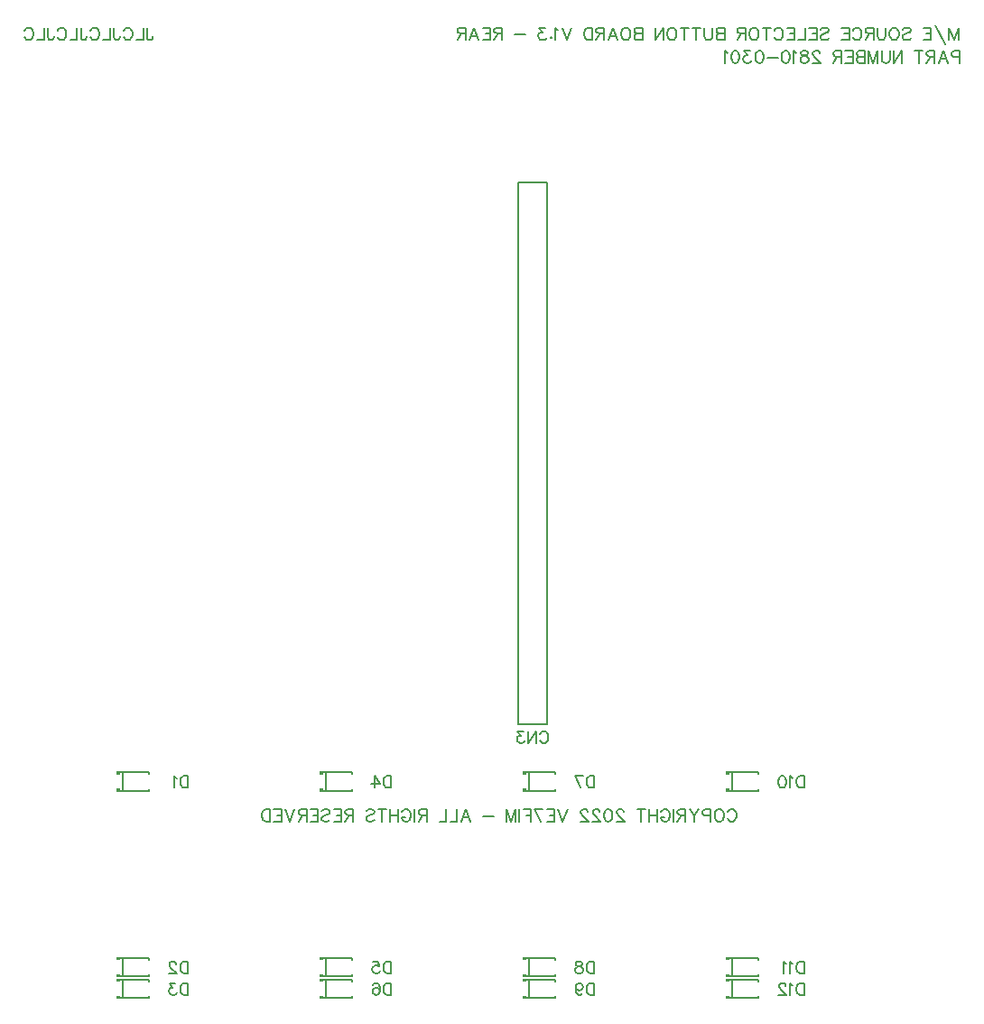
<source format=gbo>
G04 Layer: BottomSilkscreenLayer*
G04 EasyEDA v6.5.29, 2023-07-18 10:00:19*
G04 65aec9abdb6f4e73b05af1f89c23e90b,5a6b42c53f6a479593ecc07194224c93,10*
G04 Gerber Generator version 0.2*
G04 Scale: 100 percent, Rotated: No, Reflected: No *
G04 Dimensions in millimeters *
G04 leading zeros omitted , absolute positions ,4 integer and 5 decimal *
%FSLAX45Y45*%
%MOMM*%

%ADD10C,0.2032*%
%ADD11C,0.2030*%
%ADD12C,0.1524*%

%LPD*%
D10*
X8877300Y11512989D02*
G01*
X8877300Y11398445D01*
X8877300Y11512989D02*
G01*
X8833662Y11398445D01*
X8790028Y11512989D02*
G01*
X8833662Y11398445D01*
X8790028Y11512989D02*
G01*
X8790028Y11398445D01*
X8655845Y11534808D02*
G01*
X8754028Y11360264D01*
X8619845Y11512989D02*
G01*
X8619845Y11398445D01*
X8619845Y11512989D02*
G01*
X8548936Y11512989D01*
X8619845Y11458445D02*
G01*
X8576210Y11458445D01*
X8619845Y11398445D02*
G01*
X8548936Y11398445D01*
X8352574Y11496626D02*
G01*
X8363483Y11507536D01*
X8379846Y11512989D01*
X8401664Y11512989D01*
X8418027Y11507536D01*
X8428936Y11496626D01*
X8428936Y11485717D01*
X8423483Y11474808D01*
X8418027Y11469354D01*
X8407118Y11463899D01*
X8374392Y11452989D01*
X8363483Y11447536D01*
X8358027Y11442082D01*
X8352574Y11431173D01*
X8352574Y11414808D01*
X8363483Y11403899D01*
X8379846Y11398445D01*
X8401664Y11398445D01*
X8418027Y11403899D01*
X8428936Y11414808D01*
X8283846Y11512989D02*
G01*
X8294756Y11507536D01*
X8305665Y11496626D01*
X8311118Y11485717D01*
X8316574Y11469354D01*
X8316574Y11442082D01*
X8311118Y11425717D01*
X8305665Y11414808D01*
X8294756Y11403899D01*
X8283846Y11398445D01*
X8262028Y11398445D01*
X8251118Y11403899D01*
X8240209Y11414808D01*
X8234756Y11425717D01*
X8229300Y11442082D01*
X8229300Y11469354D01*
X8234756Y11485717D01*
X8240209Y11496626D01*
X8251118Y11507536D01*
X8262028Y11512989D01*
X8283846Y11512989D01*
X8193300Y11512989D02*
G01*
X8193300Y11431173D01*
X8187847Y11414808D01*
X8176938Y11403899D01*
X8160572Y11398445D01*
X8149666Y11398445D01*
X8133300Y11403899D01*
X8122391Y11414808D01*
X8116938Y11431173D01*
X8116938Y11512989D01*
X8080938Y11512989D02*
G01*
X8080938Y11398445D01*
X8080938Y11512989D02*
G01*
X8031848Y11512989D01*
X8015483Y11507536D01*
X8010029Y11502082D01*
X8004573Y11491173D01*
X8004573Y11480264D01*
X8010029Y11469354D01*
X8015483Y11463899D01*
X8031848Y11458445D01*
X8080938Y11458445D01*
X8042755Y11458445D02*
G01*
X8004573Y11398445D01*
X7886755Y11485717D02*
G01*
X7892211Y11496626D01*
X7903121Y11507536D01*
X7914030Y11512989D01*
X7935846Y11512989D01*
X7946755Y11507536D01*
X7957665Y11496626D01*
X7963120Y11485717D01*
X7968574Y11469354D01*
X7968574Y11442082D01*
X7963120Y11425717D01*
X7957665Y11414808D01*
X7946755Y11403899D01*
X7935846Y11398445D01*
X7914030Y11398445D01*
X7903121Y11403899D01*
X7892211Y11414808D01*
X7886755Y11425717D01*
X7850756Y11512989D02*
G01*
X7850756Y11398445D01*
X7850756Y11512989D02*
G01*
X7779847Y11512989D01*
X7850756Y11458445D02*
G01*
X7807119Y11458445D01*
X7850756Y11398445D02*
G01*
X7779847Y11398445D01*
X7583484Y11496626D02*
G01*
X7594394Y11507536D01*
X7610756Y11512989D01*
X7632575Y11512989D01*
X7648938Y11507536D01*
X7659847Y11496626D01*
X7659847Y11485717D01*
X7654394Y11474808D01*
X7648938Y11469354D01*
X7638028Y11463899D01*
X7605303Y11452989D01*
X7594394Y11447536D01*
X7588938Y11442082D01*
X7583484Y11431173D01*
X7583484Y11414808D01*
X7594394Y11403899D01*
X7610756Y11398445D01*
X7632575Y11398445D01*
X7648938Y11403899D01*
X7659847Y11414808D01*
X7547485Y11512989D02*
G01*
X7547485Y11398445D01*
X7547485Y11512989D02*
G01*
X7476576Y11512989D01*
X7547485Y11458445D02*
G01*
X7503848Y11458445D01*
X7547485Y11398445D02*
G01*
X7476576Y11398445D01*
X7440574Y11512989D02*
G01*
X7440574Y11398445D01*
X7440574Y11398445D02*
G01*
X7375121Y11398445D01*
X7339121Y11512989D02*
G01*
X7339121Y11398445D01*
X7339121Y11512989D02*
G01*
X7268212Y11512989D01*
X7339121Y11458445D02*
G01*
X7295484Y11458445D01*
X7339121Y11398445D02*
G01*
X7268212Y11398445D01*
X7150394Y11485717D02*
G01*
X7155848Y11496626D01*
X7166757Y11507536D01*
X7177666Y11512989D01*
X7199485Y11512989D01*
X7210394Y11507536D01*
X7221303Y11496626D01*
X7226757Y11485717D01*
X7232213Y11469354D01*
X7232213Y11442082D01*
X7226757Y11425717D01*
X7221303Y11414808D01*
X7210394Y11403899D01*
X7199485Y11398445D01*
X7177666Y11398445D01*
X7166757Y11403899D01*
X7155848Y11414808D01*
X7150394Y11425717D01*
X7076213Y11512989D02*
G01*
X7076213Y11398445D01*
X7114395Y11512989D02*
G01*
X7038030Y11512989D01*
X6969302Y11512989D02*
G01*
X6980212Y11507536D01*
X6991121Y11496626D01*
X6996577Y11485717D01*
X7002030Y11469354D01*
X7002030Y11442082D01*
X6996577Y11425717D01*
X6991121Y11414808D01*
X6980212Y11403899D01*
X6969302Y11398445D01*
X6947486Y11398445D01*
X6936577Y11403899D01*
X6925668Y11414808D01*
X6920212Y11425717D01*
X6914758Y11442082D01*
X6914758Y11469354D01*
X6920212Y11485717D01*
X6925668Y11496626D01*
X6936577Y11507536D01*
X6947486Y11512989D01*
X6969302Y11512989D01*
X6878759Y11512989D02*
G01*
X6878759Y11398445D01*
X6878759Y11512989D02*
G01*
X6829668Y11512989D01*
X6813303Y11507536D01*
X6807850Y11502082D01*
X6802394Y11491173D01*
X6802394Y11480264D01*
X6807850Y11469354D01*
X6813303Y11463899D01*
X6829668Y11458445D01*
X6878759Y11458445D01*
X6840575Y11458445D02*
G01*
X6802394Y11398445D01*
X6682394Y11512989D02*
G01*
X6682394Y11398445D01*
X6682394Y11512989D02*
G01*
X6633303Y11512989D01*
X6616941Y11507536D01*
X6611485Y11502082D01*
X6606031Y11491173D01*
X6606031Y11480264D01*
X6611485Y11469354D01*
X6616941Y11463899D01*
X6633303Y11458445D01*
X6682394Y11458445D02*
G01*
X6633303Y11458445D01*
X6616941Y11452989D01*
X6611485Y11447536D01*
X6606031Y11436626D01*
X6606031Y11420264D01*
X6611485Y11409354D01*
X6616941Y11403899D01*
X6633303Y11398445D01*
X6682394Y11398445D01*
X6570032Y11512989D02*
G01*
X6570032Y11431173D01*
X6564576Y11414808D01*
X6553667Y11403899D01*
X6537304Y11398445D01*
X6526395Y11398445D01*
X6510032Y11403899D01*
X6499123Y11414808D01*
X6493667Y11431173D01*
X6493667Y11512989D01*
X6419486Y11512989D02*
G01*
X6419486Y11398445D01*
X6457668Y11512989D02*
G01*
X6381305Y11512989D01*
X6307122Y11512989D02*
G01*
X6307122Y11398445D01*
X6345306Y11512989D02*
G01*
X6268940Y11512989D01*
X6200213Y11512989D02*
G01*
X6211122Y11507536D01*
X6222032Y11496626D01*
X6227488Y11485717D01*
X6232941Y11469354D01*
X6232941Y11442082D01*
X6227488Y11425717D01*
X6222032Y11414808D01*
X6211122Y11403899D01*
X6200213Y11398445D01*
X6178395Y11398445D01*
X6167488Y11403899D01*
X6156579Y11414808D01*
X6151123Y11425717D01*
X6145669Y11442082D01*
X6145669Y11469354D01*
X6151123Y11485717D01*
X6156579Y11496626D01*
X6167488Y11507536D01*
X6178395Y11512989D01*
X6200213Y11512989D01*
X6109670Y11512989D02*
G01*
X6109670Y11398445D01*
X6109670Y11512989D02*
G01*
X6033305Y11398445D01*
X6033305Y11512989D02*
G01*
X6033305Y11398445D01*
X5913305Y11512989D02*
G01*
X5913305Y11398445D01*
X5913305Y11512989D02*
G01*
X5864214Y11512989D01*
X5847852Y11507536D01*
X5842396Y11502082D01*
X5836942Y11491173D01*
X5836942Y11480264D01*
X5842396Y11469354D01*
X5847852Y11463899D01*
X5864214Y11458445D01*
X5913305Y11458445D02*
G01*
X5864214Y11458445D01*
X5847852Y11452989D01*
X5842396Y11447536D01*
X5836942Y11436626D01*
X5836942Y11420264D01*
X5842396Y11409354D01*
X5847852Y11403899D01*
X5864214Y11398445D01*
X5913305Y11398445D01*
X5768215Y11512989D02*
G01*
X5779124Y11507536D01*
X5790034Y11496626D01*
X5795487Y11485717D01*
X5800943Y11469354D01*
X5800943Y11442082D01*
X5795487Y11425717D01*
X5790034Y11414808D01*
X5779124Y11403899D01*
X5768215Y11398445D01*
X5746396Y11398445D01*
X5735487Y11403899D01*
X5724578Y11414808D01*
X5719124Y11425717D01*
X5713669Y11442082D01*
X5713669Y11469354D01*
X5719124Y11485717D01*
X5724578Y11496626D01*
X5735487Y11507536D01*
X5746396Y11512989D01*
X5768215Y11512989D01*
X5634034Y11512989D02*
G01*
X5677669Y11398445D01*
X5634034Y11512989D02*
G01*
X5590397Y11398445D01*
X5661306Y11436626D02*
G01*
X5606760Y11436626D01*
X5554398Y11512989D02*
G01*
X5554398Y11398445D01*
X5554398Y11512989D02*
G01*
X5505307Y11512989D01*
X5488942Y11507536D01*
X5483489Y11502082D01*
X5478033Y11491173D01*
X5478033Y11480264D01*
X5483489Y11469354D01*
X5488942Y11463899D01*
X5505307Y11458445D01*
X5554398Y11458445D01*
X5516217Y11458445D02*
G01*
X5478033Y11398445D01*
X5442033Y11512989D02*
G01*
X5442033Y11398445D01*
X5442033Y11512989D02*
G01*
X5403852Y11512989D01*
X5387489Y11507536D01*
X5376580Y11496626D01*
X5371124Y11485717D01*
X5365671Y11469354D01*
X5365671Y11442082D01*
X5371124Y11425717D01*
X5376580Y11414808D01*
X5387489Y11403899D01*
X5403852Y11398445D01*
X5442033Y11398445D01*
X5245671Y11512989D02*
G01*
X5202034Y11398445D01*
X5158397Y11512989D02*
G01*
X5202034Y11398445D01*
X5122397Y11491173D02*
G01*
X5111488Y11496626D01*
X5095125Y11512989D01*
X5095125Y11398445D01*
X5053670Y11425717D02*
G01*
X5059126Y11420264D01*
X5053670Y11414808D01*
X5048216Y11420264D01*
X5053670Y11425717D01*
X5001308Y11512989D02*
G01*
X4941308Y11512989D01*
X4974036Y11469354D01*
X4957671Y11469354D01*
X4946761Y11463899D01*
X4941308Y11458445D01*
X4935852Y11442082D01*
X4935852Y11431173D01*
X4941308Y11414808D01*
X4952217Y11403899D01*
X4968580Y11398445D01*
X4984943Y11398445D01*
X5001308Y11403899D01*
X5006761Y11409354D01*
X5012217Y11420264D01*
X4815852Y11447536D02*
G01*
X4717671Y11447536D01*
X4597671Y11512989D02*
G01*
X4597671Y11398445D01*
X4597671Y11512989D02*
G01*
X4548581Y11512989D01*
X4532218Y11507536D01*
X4526762Y11502082D01*
X4521309Y11491173D01*
X4521309Y11480264D01*
X4526762Y11469354D01*
X4532218Y11463899D01*
X4548581Y11458445D01*
X4597671Y11458445D01*
X4559490Y11458445D02*
G01*
X4521309Y11398445D01*
X4485309Y11512989D02*
G01*
X4485309Y11398445D01*
X4485309Y11512989D02*
G01*
X4414400Y11512989D01*
X4485309Y11458445D02*
G01*
X4441672Y11458445D01*
X4485309Y11398445D02*
G01*
X4414400Y11398445D01*
X4334763Y11512989D02*
G01*
X4378398Y11398445D01*
X4334763Y11512989D02*
G01*
X4291126Y11398445D01*
X4362035Y11436626D02*
G01*
X4307492Y11436626D01*
X4255127Y11512989D02*
G01*
X4255127Y11398445D01*
X4255127Y11512989D02*
G01*
X4206036Y11512989D01*
X4189674Y11507536D01*
X4184218Y11502082D01*
X4178764Y11491173D01*
X4178764Y11480264D01*
X4184218Y11469354D01*
X4189674Y11463899D01*
X4206036Y11458445D01*
X4255127Y11458445D01*
X4216946Y11458445D02*
G01*
X4178764Y11398445D01*
X1266189Y11513058D02*
G01*
X1266189Y11425681D01*
X1271778Y11409426D01*
X1277112Y11403837D01*
X1288034Y11398504D01*
X1298955Y11398504D01*
X1309878Y11403837D01*
X1315465Y11409426D01*
X1320800Y11425681D01*
X1320800Y11436604D01*
X1230376Y11513058D02*
G01*
X1230376Y11398504D01*
X1230376Y11398504D02*
G01*
X1164844Y11398504D01*
X1046987Y11485626D02*
G01*
X1052321Y11496547D01*
X1063244Y11507470D01*
X1074165Y11513058D01*
X1096010Y11513058D01*
X1106931Y11507470D01*
X1117854Y11496547D01*
X1123442Y11485626D01*
X1128776Y11469370D01*
X1128776Y11442192D01*
X1123442Y11425681D01*
X1117854Y11414760D01*
X1106931Y11403837D01*
X1096010Y11398504D01*
X1074165Y11398504D01*
X1063244Y11403837D01*
X1052321Y11414760D01*
X1046987Y11425681D01*
X956563Y11513058D02*
G01*
X956563Y11425681D01*
X961897Y11409426D01*
X967231Y11403837D01*
X978154Y11398504D01*
X989076Y11398504D01*
X999997Y11403837D01*
X1005586Y11409426D01*
X1010920Y11425681D01*
X1010920Y11436604D01*
X920495Y11513058D02*
G01*
X920495Y11398504D01*
X920495Y11398504D02*
G01*
X854963Y11398504D01*
X737107Y11485626D02*
G01*
X742695Y11496547D01*
X753618Y11507470D01*
X764539Y11513058D01*
X786129Y11513058D01*
X797052Y11507470D01*
X807973Y11496547D01*
X813562Y11485626D01*
X818895Y11469370D01*
X818895Y11442192D01*
X813562Y11425681D01*
X807973Y11414760D01*
X797052Y11403837D01*
X786129Y11398504D01*
X764539Y11398504D01*
X753618Y11403837D01*
X742695Y11414760D01*
X737107Y11425681D01*
X646684Y11513058D02*
G01*
X646684Y11425681D01*
X652018Y11409426D01*
X657605Y11403837D01*
X668528Y11398504D01*
X679450Y11398504D01*
X690371Y11403837D01*
X695705Y11409426D01*
X701039Y11425681D01*
X701039Y11436604D01*
X610615Y11513058D02*
G01*
X610615Y11398504D01*
X610615Y11398504D02*
G01*
X545084Y11398504D01*
X427228Y11485626D02*
G01*
X432815Y11496547D01*
X443737Y11507470D01*
X454660Y11513058D01*
X476504Y11513058D01*
X487426Y11507470D01*
X498347Y11496547D01*
X503681Y11485626D01*
X509270Y11469370D01*
X509270Y11442192D01*
X503681Y11425681D01*
X498347Y11414760D01*
X487426Y11403837D01*
X476504Y11398504D01*
X454660Y11398504D01*
X443737Y11403837D01*
X432815Y11414760D01*
X427228Y11425681D01*
X336804Y11513058D02*
G01*
X336804Y11425681D01*
X342137Y11409426D01*
X347726Y11403837D01*
X358647Y11398504D01*
X369570Y11398504D01*
X380492Y11403837D01*
X385826Y11409426D01*
X391413Y11425681D01*
X391413Y11436604D01*
X300736Y11513058D02*
G01*
X300736Y11398504D01*
X300736Y11398504D02*
G01*
X235457Y11398504D01*
X117602Y11485626D02*
G01*
X122936Y11496547D01*
X133857Y11507470D01*
X144779Y11513058D01*
X166623Y11513058D01*
X177545Y11507470D01*
X188468Y11496547D01*
X193802Y11485626D01*
X199389Y11469370D01*
X199389Y11442192D01*
X193802Y11425681D01*
X188468Y11414760D01*
X177545Y11403837D01*
X166623Y11398504D01*
X144779Y11398504D01*
X133857Y11403837D01*
X122936Y11414760D01*
X117602Y11425681D01*
D11*
X6712681Y4157817D02*
G01*
X6718137Y4168726D01*
X6729046Y4179636D01*
X6739953Y4185089D01*
X6761772Y4185089D01*
X6772681Y4179636D01*
X6783590Y4168726D01*
X6789046Y4157817D01*
X6794500Y4141454D01*
X6794500Y4114182D01*
X6789046Y4097817D01*
X6783590Y4086908D01*
X6772681Y4075998D01*
X6761772Y4070545D01*
X6739953Y4070545D01*
X6729046Y4075998D01*
X6718137Y4086908D01*
X6712681Y4097817D01*
X6643954Y4185089D02*
G01*
X6654863Y4179636D01*
X6665772Y4168726D01*
X6671228Y4157817D01*
X6676682Y4141454D01*
X6676682Y4114182D01*
X6671228Y4097817D01*
X6665772Y4086908D01*
X6654863Y4075998D01*
X6643954Y4070545D01*
X6622135Y4070545D01*
X6611228Y4075998D01*
X6600319Y4086908D01*
X6594863Y4097817D01*
X6589410Y4114182D01*
X6589410Y4141454D01*
X6594863Y4157817D01*
X6600319Y4168726D01*
X6611228Y4179636D01*
X6622135Y4185089D01*
X6643954Y4185089D01*
X6553410Y4185089D02*
G01*
X6553410Y4070545D01*
X6553410Y4185089D02*
G01*
X6504317Y4185089D01*
X6487955Y4179636D01*
X6482501Y4174182D01*
X6477045Y4163273D01*
X6477045Y4146908D01*
X6482501Y4135998D01*
X6487955Y4130545D01*
X6504317Y4125089D01*
X6553410Y4125089D01*
X6441046Y4185089D02*
G01*
X6397409Y4130545D01*
X6397409Y4070545D01*
X6353774Y4185089D02*
G01*
X6397409Y4130545D01*
X6317772Y4185089D02*
G01*
X6317772Y4070545D01*
X6317772Y4185089D02*
G01*
X6268681Y4185089D01*
X6252319Y4179636D01*
X6246865Y4174182D01*
X6241409Y4163273D01*
X6241409Y4152364D01*
X6246865Y4141454D01*
X6252319Y4135998D01*
X6268681Y4130545D01*
X6317772Y4130545D01*
X6279591Y4130545D02*
G01*
X6241409Y4070545D01*
X6205410Y4185089D02*
G01*
X6205410Y4070545D01*
X6087592Y4157817D02*
G01*
X6093045Y4168726D01*
X6103955Y4179636D01*
X6114864Y4185089D01*
X6136683Y4185089D01*
X6147592Y4179636D01*
X6158501Y4168726D01*
X6163955Y4157817D01*
X6169411Y4141454D01*
X6169411Y4114182D01*
X6163955Y4097817D01*
X6158501Y4086908D01*
X6147592Y4075998D01*
X6136683Y4070545D01*
X6114864Y4070545D01*
X6103955Y4075998D01*
X6093045Y4086908D01*
X6087592Y4097817D01*
X6087592Y4114182D01*
X6114864Y4114182D02*
G01*
X6087592Y4114182D01*
X6051593Y4185089D02*
G01*
X6051593Y4070545D01*
X5975228Y4185089D02*
G01*
X5975228Y4070545D01*
X6051593Y4130545D02*
G01*
X5975228Y4130545D01*
X5901047Y4185089D02*
G01*
X5901047Y4070545D01*
X5939228Y4185089D02*
G01*
X5862866Y4185089D01*
X5737410Y4157817D02*
G01*
X5737410Y4163273D01*
X5731957Y4174182D01*
X5726501Y4179636D01*
X5715591Y4185089D01*
X5693775Y4185089D01*
X5682866Y4179636D01*
X5677410Y4174182D01*
X5671957Y4163273D01*
X5671957Y4152364D01*
X5677410Y4141454D01*
X5688319Y4125089D01*
X5742866Y4070545D01*
X5666501Y4070545D01*
X5597773Y4185089D02*
G01*
X5614139Y4179636D01*
X5625048Y4163273D01*
X5630501Y4135998D01*
X5630501Y4119636D01*
X5625048Y4092364D01*
X5614139Y4075998D01*
X5597773Y4070545D01*
X5586867Y4070545D01*
X5570501Y4075998D01*
X5559592Y4092364D01*
X5554139Y4119636D01*
X5554139Y4135998D01*
X5559592Y4163273D01*
X5570501Y4179636D01*
X5586867Y4185089D01*
X5597773Y4185089D01*
X5512683Y4157817D02*
G01*
X5512683Y4163273D01*
X5507230Y4174182D01*
X5501774Y4179636D01*
X5490865Y4185089D01*
X5469049Y4185089D01*
X5458139Y4179636D01*
X5452684Y4174182D01*
X5447230Y4163273D01*
X5447230Y4152364D01*
X5452684Y4141454D01*
X5463593Y4125089D01*
X5518139Y4070545D01*
X5441774Y4070545D01*
X5400321Y4157817D02*
G01*
X5400321Y4163273D01*
X5394866Y4174182D01*
X5389412Y4179636D01*
X5378503Y4185089D01*
X5356684Y4185089D01*
X5345775Y4179636D01*
X5340322Y4174182D01*
X5334866Y4163273D01*
X5334866Y4152364D01*
X5340322Y4141454D01*
X5351231Y4125089D01*
X5405775Y4070545D01*
X5329412Y4070545D01*
X5209413Y4185089D02*
G01*
X5165775Y4070545D01*
X5122138Y4185089D02*
G01*
X5165775Y4070545D01*
X5086139Y4185089D02*
G01*
X5086139Y4070545D01*
X5086139Y4185089D02*
G01*
X5015229Y4185089D01*
X5086139Y4130545D02*
G01*
X5042504Y4130545D01*
X5086139Y4070545D02*
G01*
X5015229Y4070545D01*
X4902868Y4185089D02*
G01*
X4957411Y4070545D01*
X4979230Y4185089D02*
G01*
X4902868Y4185089D01*
X4866868Y4185089D02*
G01*
X4866868Y4070545D01*
X4866868Y4185089D02*
G01*
X4795959Y4185089D01*
X4866868Y4130545D02*
G01*
X4823231Y4130545D01*
X4759957Y4185089D02*
G01*
X4759957Y4070545D01*
X4723958Y4185089D02*
G01*
X4723958Y4070545D01*
X4723958Y4185089D02*
G01*
X4680323Y4070545D01*
X4636686Y4185089D02*
G01*
X4680323Y4070545D01*
X4636686Y4185089D02*
G01*
X4636686Y4070545D01*
X4516686Y4119636D02*
G01*
X4418505Y4119636D01*
X4254868Y4185089D02*
G01*
X4298505Y4070545D01*
X4254868Y4185089D02*
G01*
X4211233Y4070545D01*
X4282140Y4108726D02*
G01*
X4227596Y4108726D01*
X4175231Y4185089D02*
G01*
X4175231Y4070545D01*
X4175231Y4070545D02*
G01*
X4109778Y4070545D01*
X4073779Y4185089D02*
G01*
X4073779Y4070545D01*
X4073779Y4070545D02*
G01*
X4008323Y4070545D01*
X3888323Y4185089D02*
G01*
X3888323Y4070545D01*
X3888323Y4185089D02*
G01*
X3839232Y4185089D01*
X3822870Y4179636D01*
X3817414Y4174182D01*
X3811960Y4163273D01*
X3811960Y4152364D01*
X3817414Y4141454D01*
X3822870Y4135998D01*
X3839232Y4130545D01*
X3888323Y4130545D01*
X3850142Y4130545D02*
G01*
X3811960Y4070545D01*
X3775961Y4185089D02*
G01*
X3775961Y4070545D01*
X3658143Y4157817D02*
G01*
X3663596Y4168726D01*
X3674506Y4179636D01*
X3685415Y4185089D01*
X3707234Y4185089D01*
X3718143Y4179636D01*
X3729052Y4168726D01*
X3734506Y4157817D01*
X3739959Y4141454D01*
X3739959Y4114182D01*
X3734506Y4097817D01*
X3729052Y4086908D01*
X3718143Y4075998D01*
X3707234Y4070545D01*
X3685415Y4070545D01*
X3674506Y4075998D01*
X3663596Y4086908D01*
X3658143Y4097817D01*
X3658143Y4114182D01*
X3685415Y4114182D02*
G01*
X3658143Y4114182D01*
X3622141Y4185089D02*
G01*
X3622141Y4070545D01*
X3545779Y4185089D02*
G01*
X3545779Y4070545D01*
X3622141Y4130545D02*
G01*
X3545779Y4130545D01*
X3471598Y4185089D02*
G01*
X3471598Y4070545D01*
X3509779Y4185089D02*
G01*
X3433417Y4185089D01*
X3321052Y4168726D02*
G01*
X3331961Y4179636D01*
X3348324Y4185089D01*
X3370143Y4185089D01*
X3386505Y4179636D01*
X3397415Y4168726D01*
X3397415Y4157817D01*
X3391961Y4146908D01*
X3386505Y4141454D01*
X3375596Y4135998D01*
X3342871Y4125089D01*
X3331961Y4119636D01*
X3326505Y4114182D01*
X3321052Y4103273D01*
X3321052Y4086908D01*
X3331961Y4075998D01*
X3348324Y4070545D01*
X3370143Y4070545D01*
X3386505Y4075998D01*
X3397415Y4086908D01*
X3201052Y4185089D02*
G01*
X3201052Y4070545D01*
X3201052Y4185089D02*
G01*
X3151962Y4185089D01*
X3135596Y4179636D01*
X3130143Y4174182D01*
X3124690Y4163273D01*
X3124690Y4152364D01*
X3130143Y4141454D01*
X3135596Y4135998D01*
X3151962Y4130545D01*
X3201052Y4130545D01*
X3162871Y4130545D02*
G01*
X3124690Y4070545D01*
X3088688Y4185089D02*
G01*
X3088688Y4070545D01*
X3088688Y4185089D02*
G01*
X3017779Y4185089D01*
X3088688Y4130545D02*
G01*
X3045053Y4130545D01*
X3088688Y4070545D02*
G01*
X3017779Y4070545D01*
X2905417Y4168726D02*
G01*
X2916326Y4179636D01*
X2932689Y4185089D01*
X2954507Y4185089D01*
X2970870Y4179636D01*
X2981779Y4168726D01*
X2981779Y4157817D01*
X2976326Y4146908D01*
X2970870Y4141454D01*
X2959961Y4135998D01*
X2927235Y4125089D01*
X2916326Y4119636D01*
X2910870Y4114182D01*
X2905417Y4103273D01*
X2905417Y4086908D01*
X2916326Y4075998D01*
X2932689Y4070545D01*
X2954507Y4070545D01*
X2970870Y4075998D01*
X2981779Y4086908D01*
X2869417Y4185089D02*
G01*
X2869417Y4070545D01*
X2869417Y4185089D02*
G01*
X2798508Y4185089D01*
X2869417Y4130545D02*
G01*
X2825780Y4130545D01*
X2869417Y4070545D02*
G01*
X2798508Y4070545D01*
X2762509Y4185089D02*
G01*
X2762509Y4070545D01*
X2762509Y4185089D02*
G01*
X2713418Y4185089D01*
X2697053Y4179636D01*
X2691599Y4174182D01*
X2686143Y4163273D01*
X2686143Y4152364D01*
X2691599Y4141454D01*
X2697053Y4135998D01*
X2713418Y4130545D01*
X2762509Y4130545D01*
X2724325Y4130545D02*
G01*
X2686143Y4070545D01*
X2650144Y4185089D02*
G01*
X2606507Y4070545D01*
X2562872Y4185089D02*
G01*
X2606507Y4070545D01*
X2526873Y4185089D02*
G01*
X2526873Y4070545D01*
X2526873Y4185089D02*
G01*
X2455964Y4185089D01*
X2526873Y4130545D02*
G01*
X2483236Y4130545D01*
X2526873Y4070545D02*
G01*
X2455964Y4070545D01*
X2419962Y4185089D02*
G01*
X2419962Y4070545D01*
X2419962Y4185089D02*
G01*
X2381780Y4185089D01*
X2365418Y4179636D01*
X2354508Y4168726D01*
X2349055Y4157817D01*
X2343599Y4141454D01*
X2343599Y4114182D01*
X2349055Y4097817D01*
X2354508Y4086908D01*
X2365418Y4075998D01*
X2381780Y4070545D01*
X2419962Y4070545D01*
D10*
X8890000Y11297089D02*
G01*
X8890000Y11182545D01*
X8890000Y11297089D02*
G01*
X8840909Y11297089D01*
X8824546Y11291636D01*
X8819090Y11286182D01*
X8813637Y11275273D01*
X8813637Y11258908D01*
X8819090Y11247999D01*
X8824546Y11242545D01*
X8840909Y11237089D01*
X8890000Y11237089D01*
X8734000Y11297089D02*
G01*
X8777635Y11182545D01*
X8734000Y11297089D02*
G01*
X8690363Y11182545D01*
X8761272Y11220726D02*
G01*
X8706728Y11220726D01*
X8654364Y11297089D02*
G01*
X8654364Y11182545D01*
X8654364Y11297089D02*
G01*
X8605273Y11297089D01*
X8588910Y11291636D01*
X8583455Y11286182D01*
X8578000Y11275273D01*
X8578000Y11264364D01*
X8583455Y11253454D01*
X8588910Y11247999D01*
X8605273Y11242545D01*
X8654364Y11242545D01*
X8616182Y11242545D02*
G01*
X8578000Y11182545D01*
X8503818Y11297089D02*
G01*
X8503818Y11182545D01*
X8542000Y11297089D02*
G01*
X8465637Y11297089D01*
X8345637Y11297089D02*
G01*
X8345637Y11182545D01*
X8345637Y11297089D02*
G01*
X8269274Y11182545D01*
X8269274Y11297089D02*
G01*
X8269274Y11182545D01*
X8233272Y11297089D02*
G01*
X8233272Y11215273D01*
X8227819Y11198908D01*
X8216910Y11187999D01*
X8200547Y11182545D01*
X8189638Y11182545D01*
X8173272Y11187999D01*
X8162366Y11198908D01*
X8156910Y11215273D01*
X8156910Y11297089D01*
X8120910Y11297089D02*
G01*
X8120910Y11182545D01*
X8120910Y11297089D02*
G01*
X8077273Y11182545D01*
X8033638Y11297089D02*
G01*
X8077273Y11182545D01*
X8033638Y11297089D02*
G01*
X8033638Y11182545D01*
X7997637Y11297089D02*
G01*
X7997637Y11182545D01*
X7997637Y11297089D02*
G01*
X7948546Y11297089D01*
X7932183Y11291636D01*
X7926730Y11286182D01*
X7921274Y11275273D01*
X7921274Y11264364D01*
X7926730Y11253454D01*
X7932183Y11247999D01*
X7948546Y11242545D01*
X7997637Y11242545D02*
G01*
X7948546Y11242545D01*
X7932183Y11237089D01*
X7926730Y11231636D01*
X7921274Y11220726D01*
X7921274Y11204364D01*
X7926730Y11193454D01*
X7932183Y11187999D01*
X7948546Y11182545D01*
X7997637Y11182545D01*
X7885275Y11297089D02*
G01*
X7885275Y11182545D01*
X7885275Y11297089D02*
G01*
X7814365Y11297089D01*
X7885275Y11242545D02*
G01*
X7841637Y11242545D01*
X7885275Y11182545D02*
G01*
X7814365Y11182545D01*
X7778366Y11297089D02*
G01*
X7778366Y11182545D01*
X7778366Y11297089D02*
G01*
X7729275Y11297089D01*
X7712910Y11291636D01*
X7707457Y11286182D01*
X7702001Y11275273D01*
X7702001Y11264364D01*
X7707457Y11253454D01*
X7712910Y11247999D01*
X7729275Y11242545D01*
X7778366Y11242545D01*
X7740185Y11242545D02*
G01*
X7702001Y11182545D01*
X7576548Y11269817D02*
G01*
X7576548Y11275273D01*
X7571092Y11286182D01*
X7565638Y11291636D01*
X7554729Y11297089D01*
X7532911Y11297089D01*
X7522001Y11291636D01*
X7516548Y11286182D01*
X7511092Y11275273D01*
X7511092Y11264364D01*
X7516548Y11253454D01*
X7527457Y11237089D01*
X7582001Y11182545D01*
X7505639Y11182545D01*
X7442367Y11297089D02*
G01*
X7458730Y11291636D01*
X7464183Y11280726D01*
X7464183Y11269817D01*
X7458730Y11258908D01*
X7447821Y11253454D01*
X7426002Y11247999D01*
X7409639Y11242545D01*
X7398730Y11231636D01*
X7393274Y11220726D01*
X7393274Y11204364D01*
X7398730Y11193454D01*
X7404183Y11187999D01*
X7420549Y11182545D01*
X7442367Y11182545D01*
X7458730Y11187999D01*
X7464183Y11193454D01*
X7469639Y11204364D01*
X7469639Y11220726D01*
X7464183Y11231636D01*
X7453274Y11242545D01*
X7436911Y11247999D01*
X7415093Y11253454D01*
X7404183Y11258908D01*
X7398730Y11269817D01*
X7398730Y11280726D01*
X7404183Y11291636D01*
X7420549Y11297089D01*
X7442367Y11297089D01*
X7357275Y11275273D02*
G01*
X7346365Y11280726D01*
X7330003Y11297089D01*
X7330003Y11182545D01*
X7261275Y11297089D02*
G01*
X7277638Y11291636D01*
X7288547Y11275273D01*
X7294003Y11247999D01*
X7294003Y11231636D01*
X7288547Y11204364D01*
X7277638Y11187999D01*
X7261275Y11182545D01*
X7250366Y11182545D01*
X7234003Y11187999D01*
X7223094Y11204364D01*
X7217638Y11231636D01*
X7217638Y11247999D01*
X7223094Y11275273D01*
X7234003Y11291636D01*
X7250366Y11297089D01*
X7261275Y11297089D01*
X7181639Y11231636D02*
G01*
X7083458Y11231636D01*
X7014730Y11297089D02*
G01*
X7031093Y11291636D01*
X7042002Y11275273D01*
X7047458Y11247999D01*
X7047458Y11231636D01*
X7042002Y11204364D01*
X7031093Y11187999D01*
X7014730Y11182545D01*
X7003821Y11182545D01*
X6987458Y11187999D01*
X6976549Y11204364D01*
X6971093Y11231636D01*
X6971093Y11247999D01*
X6976549Y11275273D01*
X6987458Y11291636D01*
X7003821Y11297089D01*
X7014730Y11297089D01*
X6924184Y11297089D02*
G01*
X6864184Y11297089D01*
X6896912Y11253454D01*
X6880550Y11253454D01*
X6869640Y11247999D01*
X6864184Y11242545D01*
X6858731Y11226182D01*
X6858731Y11215273D01*
X6864184Y11198908D01*
X6875094Y11187999D01*
X6891459Y11182545D01*
X6907822Y11182545D01*
X6924184Y11187999D01*
X6929640Y11193454D01*
X6935094Y11204364D01*
X6790004Y11297089D02*
G01*
X6806366Y11291636D01*
X6817276Y11275273D01*
X6822732Y11247999D01*
X6822732Y11231636D01*
X6817276Y11204364D01*
X6806366Y11187999D01*
X6790004Y11182545D01*
X6779094Y11182545D01*
X6762732Y11187999D01*
X6751822Y11204364D01*
X6746366Y11231636D01*
X6746366Y11247999D01*
X6751822Y11275273D01*
X6762732Y11291636D01*
X6779094Y11297089D01*
X6790004Y11297089D01*
X6710367Y11275273D02*
G01*
X6699458Y11280726D01*
X6683095Y11297089D01*
X6683095Y11182545D01*
D12*
X5461000Y2553715D02*
G01*
X5461000Y2444750D01*
X5461000Y2553715D02*
G01*
X5424677Y2553715D01*
X5408929Y2548636D01*
X5398770Y2538221D01*
X5393436Y2527807D01*
X5388356Y2512060D01*
X5388356Y2486152D01*
X5393436Y2470657D01*
X5398770Y2460244D01*
X5408929Y2449829D01*
X5424677Y2444750D01*
X5461000Y2444750D01*
X5286502Y2517394D02*
G01*
X5291581Y2501900D01*
X5301995Y2491486D01*
X5317490Y2486152D01*
X5322824Y2486152D01*
X5338318Y2491486D01*
X5348731Y2501900D01*
X5354065Y2517394D01*
X5354065Y2522473D01*
X5348731Y2538221D01*
X5338318Y2548636D01*
X5322824Y2553715D01*
X5317490Y2553715D01*
X5301995Y2548636D01*
X5291581Y2538221D01*
X5286502Y2517394D01*
X5286502Y2491486D01*
X5291581Y2465323D01*
X5301995Y2449829D01*
X5317490Y2444750D01*
X5327904Y2444750D01*
X5343652Y2449829D01*
X5348731Y2460244D01*
X7429500Y2553715D02*
G01*
X7429500Y2444750D01*
X7429500Y2553715D02*
G01*
X7393177Y2553715D01*
X7377429Y2548636D01*
X7367270Y2538221D01*
X7361936Y2527807D01*
X7356856Y2512060D01*
X7356856Y2486152D01*
X7361936Y2470657D01*
X7367270Y2460244D01*
X7377429Y2449829D01*
X7393177Y2444750D01*
X7429500Y2444750D01*
X7322565Y2532887D02*
G01*
X7312152Y2538221D01*
X7296404Y2553715D01*
X7296404Y2444750D01*
X7257034Y2527807D02*
G01*
X7257034Y2532887D01*
X7251700Y2543302D01*
X7246620Y2548636D01*
X7236206Y2553715D01*
X7215377Y2553715D01*
X7204963Y2548636D01*
X7199884Y2543302D01*
X7194550Y2532887D01*
X7194550Y2522473D01*
X7199884Y2512060D01*
X7210297Y2496565D01*
X7262113Y2444750D01*
X7189470Y2444750D01*
X5461000Y2756915D02*
G01*
X5461000Y2647950D01*
X5461000Y2756915D02*
G01*
X5424677Y2756915D01*
X5408929Y2751836D01*
X5398770Y2741421D01*
X5393436Y2731007D01*
X5388356Y2715260D01*
X5388356Y2689352D01*
X5393436Y2673857D01*
X5398770Y2663444D01*
X5408929Y2653029D01*
X5424677Y2647950D01*
X5461000Y2647950D01*
X5327904Y2756915D02*
G01*
X5343652Y2751836D01*
X5348731Y2741421D01*
X5348731Y2731007D01*
X5343652Y2720594D01*
X5333238Y2715260D01*
X5312409Y2710179D01*
X5296915Y2705100D01*
X5286502Y2694686D01*
X5281168Y2684271D01*
X5281168Y2668523D01*
X5286502Y2658110D01*
X5291581Y2653029D01*
X5307329Y2647950D01*
X5327904Y2647950D01*
X5343652Y2653029D01*
X5348731Y2658110D01*
X5354065Y2668523D01*
X5354065Y2684271D01*
X5348731Y2694686D01*
X5338318Y2705100D01*
X5322824Y2710179D01*
X5301995Y2715260D01*
X5291581Y2720594D01*
X5286502Y2731007D01*
X5286502Y2741421D01*
X5291581Y2751836D01*
X5307329Y2756915D01*
X5327904Y2756915D01*
X7429500Y2756915D02*
G01*
X7429500Y2647950D01*
X7429500Y2756915D02*
G01*
X7393177Y2756915D01*
X7377429Y2751836D01*
X7367270Y2741421D01*
X7361936Y2731007D01*
X7356856Y2715260D01*
X7356856Y2689352D01*
X7361936Y2673857D01*
X7367270Y2663444D01*
X7377429Y2653029D01*
X7393177Y2647950D01*
X7429500Y2647950D01*
X7322565Y2736087D02*
G01*
X7312152Y2741421D01*
X7296404Y2756915D01*
X7296404Y2647950D01*
X7262113Y2736087D02*
G01*
X7251700Y2741421D01*
X7236206Y2756915D01*
X7236206Y2647950D01*
X7429500Y4496815D02*
G01*
X7429500Y4387850D01*
X7429500Y4496815D02*
G01*
X7393177Y4496815D01*
X7377429Y4491736D01*
X7367270Y4481321D01*
X7361936Y4470907D01*
X7356856Y4455160D01*
X7356856Y4429252D01*
X7361936Y4413757D01*
X7367270Y4403344D01*
X7377429Y4392929D01*
X7393177Y4387850D01*
X7429500Y4387850D01*
X7322565Y4475987D02*
G01*
X7312152Y4481321D01*
X7296404Y4496815D01*
X7296404Y4387850D01*
X7231125Y4496815D02*
G01*
X7246620Y4491736D01*
X7257034Y4475987D01*
X7262113Y4450079D01*
X7262113Y4434586D01*
X7257034Y4408423D01*
X7246620Y4392929D01*
X7231125Y4387850D01*
X7220711Y4387850D01*
X7204963Y4392929D01*
X7194550Y4408423D01*
X7189470Y4434586D01*
X7189470Y4450079D01*
X7194550Y4475987D01*
X7204963Y4491736D01*
X7220711Y4496815D01*
X7231125Y4496815D01*
X5461000Y4496815D02*
G01*
X5461000Y4387850D01*
X5461000Y4496815D02*
G01*
X5424677Y4496815D01*
X5408929Y4491736D01*
X5398770Y4481321D01*
X5393436Y4470907D01*
X5388356Y4455160D01*
X5388356Y4429252D01*
X5393436Y4413757D01*
X5398770Y4403344D01*
X5408929Y4392929D01*
X5424677Y4387850D01*
X5461000Y4387850D01*
X5281168Y4496815D02*
G01*
X5333238Y4387850D01*
X5354065Y4496815D02*
G01*
X5281168Y4496815D01*
X1651000Y4496838D02*
G01*
X1651000Y4387735D01*
X1651000Y4496838D02*
G01*
X1614632Y4496838D01*
X1599044Y4491644D01*
X1588655Y4481253D01*
X1583458Y4470862D01*
X1578264Y4455274D01*
X1578264Y4429297D01*
X1583458Y4413712D01*
X1588655Y4403321D01*
X1599044Y4392929D01*
X1614632Y4387735D01*
X1651000Y4387735D01*
X1543974Y4476056D02*
G01*
X1533583Y4481253D01*
X1517995Y4496838D01*
X1517995Y4387735D01*
X1650997Y2756910D02*
G01*
X1650997Y2647944D01*
X1650997Y2756910D02*
G01*
X1614675Y2756910D01*
X1598927Y2751830D01*
X1588767Y2741416D01*
X1583433Y2731002D01*
X1578353Y2715254D01*
X1578353Y2689346D01*
X1583433Y2673852D01*
X1588767Y2663438D01*
X1598927Y2653024D01*
X1614675Y2647944D01*
X1650997Y2647944D01*
X1538729Y2731002D02*
G01*
X1538729Y2736082D01*
X1533649Y2746496D01*
X1528315Y2751830D01*
X1517901Y2756910D01*
X1497327Y2756910D01*
X1486913Y2751830D01*
X1481579Y2746496D01*
X1476499Y2736082D01*
X1476499Y2725668D01*
X1481579Y2715254D01*
X1491993Y2699760D01*
X1544063Y2647944D01*
X1471165Y2647944D01*
X1650997Y2553710D02*
G01*
X1650997Y2444744D01*
X1650997Y2553710D02*
G01*
X1614675Y2553710D01*
X1598927Y2548630D01*
X1588767Y2538216D01*
X1583433Y2527802D01*
X1578353Y2512054D01*
X1578353Y2486146D01*
X1583433Y2470652D01*
X1588767Y2460238D01*
X1598927Y2449824D01*
X1614675Y2444744D01*
X1650997Y2444744D01*
X1533649Y2553710D02*
G01*
X1476499Y2553710D01*
X1507487Y2512054D01*
X1491993Y2512054D01*
X1481579Y2506974D01*
X1476499Y2501894D01*
X1471165Y2486146D01*
X1471165Y2475732D01*
X1476499Y2460238D01*
X1486913Y2449824D01*
X1502407Y2444744D01*
X1517901Y2444744D01*
X1533649Y2449824D01*
X1538729Y2454904D01*
X1544063Y2465318D01*
X3556000Y4496815D02*
G01*
X3556000Y4387850D01*
X3556000Y4496815D02*
G01*
X3519677Y4496815D01*
X3503929Y4491736D01*
X3493770Y4481321D01*
X3488436Y4470907D01*
X3483356Y4455160D01*
X3483356Y4429252D01*
X3488436Y4413757D01*
X3493770Y4403344D01*
X3503929Y4392929D01*
X3519677Y4387850D01*
X3556000Y4387850D01*
X3396995Y4496815D02*
G01*
X3449065Y4424171D01*
X3371088Y4424171D01*
X3396995Y4496815D02*
G01*
X3396995Y4387850D01*
X3556000Y2756915D02*
G01*
X3556000Y2647950D01*
X3556000Y2756915D02*
G01*
X3519677Y2756915D01*
X3503929Y2751836D01*
X3493770Y2741421D01*
X3488436Y2731007D01*
X3483356Y2715260D01*
X3483356Y2689352D01*
X3488436Y2673857D01*
X3493770Y2663444D01*
X3503929Y2653029D01*
X3519677Y2647950D01*
X3556000Y2647950D01*
X3386581Y2756915D02*
G01*
X3438652Y2756915D01*
X3443731Y2710179D01*
X3438652Y2715260D01*
X3422904Y2720594D01*
X3407409Y2720594D01*
X3391915Y2715260D01*
X3381502Y2705100D01*
X3376168Y2689352D01*
X3376168Y2678937D01*
X3381502Y2663444D01*
X3391915Y2653029D01*
X3407409Y2647950D01*
X3422904Y2647950D01*
X3438652Y2653029D01*
X3443731Y2658110D01*
X3449065Y2668523D01*
X3556000Y2553715D02*
G01*
X3556000Y2444750D01*
X3556000Y2553715D02*
G01*
X3519677Y2553715D01*
X3503929Y2548636D01*
X3493770Y2538221D01*
X3488436Y2527807D01*
X3483356Y2512060D01*
X3483356Y2486152D01*
X3488436Y2470657D01*
X3493770Y2460244D01*
X3503929Y2449829D01*
X3519677Y2444750D01*
X3556000Y2444750D01*
X3386581Y2538221D02*
G01*
X3391915Y2548636D01*
X3407409Y2553715D01*
X3417824Y2553715D01*
X3433318Y2548636D01*
X3443731Y2532887D01*
X3449065Y2506979D01*
X3449065Y2481071D01*
X3443731Y2460244D01*
X3433318Y2449829D01*
X3417824Y2444750D01*
X3412490Y2444750D01*
X3396995Y2449829D01*
X3386581Y2460244D01*
X3381502Y2475737D01*
X3381502Y2481071D01*
X3386581Y2496565D01*
X3396995Y2506979D01*
X3412490Y2512060D01*
X3417824Y2512060D01*
X3433318Y2506979D01*
X3443731Y2496565D01*
X3449065Y2481071D01*
X4951267Y4889962D02*
G01*
X4956464Y4900353D01*
X4966855Y4910744D01*
X4977244Y4915938D01*
X4998026Y4915938D01*
X5008417Y4910744D01*
X5018808Y4900353D01*
X5024005Y4889962D01*
X5029200Y4874374D01*
X5029200Y4848397D01*
X5024005Y4832812D01*
X5018808Y4822421D01*
X5008417Y4812029D01*
X4998026Y4806835D01*
X4977244Y4806835D01*
X4966855Y4812029D01*
X4956464Y4822421D01*
X4951267Y4832812D01*
X4916977Y4915938D02*
G01*
X4916977Y4806835D01*
X4916977Y4915938D02*
G01*
X4844242Y4806835D01*
X4844242Y4915938D02*
G01*
X4844242Y4806835D01*
X4799561Y4915938D02*
G01*
X4742411Y4915938D01*
X4773584Y4874374D01*
X4757996Y4874374D01*
X4747605Y4869179D01*
X4742411Y4863985D01*
X4737214Y4848397D01*
X4737214Y4838006D01*
X4742411Y4822421D01*
X4752802Y4812029D01*
X4768387Y4806835D01*
X4783975Y4806835D01*
X4799561Y4812029D01*
X4804755Y4817224D01*
X4809952Y4827615D01*
G36*
X4789525Y2437180D02*
G01*
X4789525Y2407666D01*
X4820005Y2407666D01*
X4820005Y2437180D01*
G37*
G36*
X4789525Y2596134D02*
G01*
X4789525Y2566619D01*
X4820005Y2566619D01*
X4820005Y2596134D01*
G37*
G36*
X6694525Y2437180D02*
G01*
X6694525Y2407666D01*
X6725005Y2407666D01*
X6725005Y2437180D01*
G37*
G36*
X6694525Y2596134D02*
G01*
X6694525Y2566619D01*
X6725005Y2566619D01*
X6725005Y2596134D01*
G37*
G36*
X4789525Y2640380D02*
G01*
X4789525Y2610866D01*
X4820005Y2610866D01*
X4820005Y2640380D01*
G37*
G36*
X4789525Y2799334D02*
G01*
X4789525Y2769819D01*
X4820005Y2769819D01*
X4820005Y2799334D01*
G37*
G36*
X6694525Y2640380D02*
G01*
X6694525Y2610866D01*
X6725005Y2610866D01*
X6725005Y2640380D01*
G37*
G36*
X6694525Y2799334D02*
G01*
X6694525Y2769819D01*
X6725005Y2769819D01*
X6725005Y2799334D01*
G37*
G36*
X6694525Y4380280D02*
G01*
X6694525Y4350766D01*
X6725005Y4350766D01*
X6725005Y4380280D01*
G37*
G36*
X6694525Y4539234D02*
G01*
X6694525Y4509719D01*
X6725005Y4509719D01*
X6725005Y4539234D01*
G37*
G36*
X4789525Y4380280D02*
G01*
X4789525Y4350766D01*
X4820005Y4350766D01*
X4820005Y4380280D01*
G37*
G36*
X4789525Y4539234D02*
G01*
X4789525Y4509719D01*
X4820005Y4509719D01*
X4820005Y4539234D01*
G37*
G36*
X979525Y4380280D02*
G01*
X979525Y4350766D01*
X1010005Y4350766D01*
X1010005Y4380280D01*
G37*
G36*
X979525Y4539234D02*
G01*
X979525Y4509719D01*
X1010005Y4509719D01*
X1010005Y4539234D01*
G37*
G36*
X979525Y2640380D02*
G01*
X979525Y2610866D01*
X1010005Y2610866D01*
X1010005Y2640380D01*
G37*
G36*
X979525Y2799334D02*
G01*
X979525Y2769819D01*
X1010005Y2769819D01*
X1010005Y2799334D01*
G37*
G36*
X979525Y2437180D02*
G01*
X979525Y2407666D01*
X1010005Y2407666D01*
X1010005Y2437180D01*
G37*
G36*
X979525Y2596134D02*
G01*
X979525Y2566619D01*
X1010005Y2566619D01*
X1010005Y2596134D01*
G37*
G36*
X2884525Y4380280D02*
G01*
X2884525Y4350766D01*
X2915005Y4350766D01*
X2915005Y4380280D01*
G37*
G36*
X2884525Y4539234D02*
G01*
X2884525Y4509719D01*
X2915005Y4509719D01*
X2915005Y4539234D01*
G37*
G36*
X2884525Y2640380D02*
G01*
X2884525Y2610866D01*
X2915005Y2610866D01*
X2915005Y2640380D01*
G37*
G36*
X2884525Y2799334D02*
G01*
X2884525Y2769819D01*
X2915005Y2769819D01*
X2915005Y2799334D01*
G37*
G36*
X2884525Y2437180D02*
G01*
X2884525Y2407666D01*
X2915005Y2407666D01*
X2915005Y2437180D01*
G37*
G36*
X2884525Y2596134D02*
G01*
X2884525Y2566619D01*
X2915005Y2566619D01*
X2915005Y2596134D01*
G37*
X4812380Y2415280D02*
G01*
X5093619Y2415280D01*
X5093619Y2415280D02*
G01*
X5093619Y2432080D01*
X4812380Y2588519D02*
G01*
X5093619Y2588519D01*
X5093619Y2588519D02*
G01*
X5093619Y2571719D01*
X4848070Y2415280D02*
G01*
X4848070Y2588519D01*
X6717380Y2415280D02*
G01*
X6998619Y2415280D01*
X6998619Y2415280D02*
G01*
X6998619Y2432080D01*
X6717380Y2588519D02*
G01*
X6998619Y2588519D01*
X6998619Y2588519D02*
G01*
X6998619Y2571719D01*
X6753070Y2415280D02*
G01*
X6753070Y2588519D01*
X4812380Y2618480D02*
G01*
X5093619Y2618480D01*
X5093619Y2618480D02*
G01*
X5093619Y2635280D01*
X4812380Y2791719D02*
G01*
X5093619Y2791719D01*
X5093619Y2791719D02*
G01*
X5093619Y2774919D01*
X4848070Y2618480D02*
G01*
X4848070Y2791719D01*
X6717380Y2618480D02*
G01*
X6998619Y2618480D01*
X6998619Y2618480D02*
G01*
X6998619Y2635280D01*
X6717380Y2791719D02*
G01*
X6998619Y2791719D01*
X6998619Y2791719D02*
G01*
X6998619Y2774919D01*
X6753070Y2618480D02*
G01*
X6753070Y2791719D01*
X6717380Y4358380D02*
G01*
X6998619Y4358380D01*
X6998619Y4358380D02*
G01*
X6998619Y4375180D01*
X6717380Y4531619D02*
G01*
X6998619Y4531619D01*
X6998619Y4531619D02*
G01*
X6998619Y4514819D01*
X6753070Y4358380D02*
G01*
X6753070Y4531619D01*
X4812380Y4358380D02*
G01*
X5093619Y4358380D01*
X5093619Y4358380D02*
G01*
X5093619Y4375180D01*
X4812380Y4531619D02*
G01*
X5093619Y4531619D01*
X5093619Y4531619D02*
G01*
X5093619Y4514819D01*
X4848070Y4358380D02*
G01*
X4848070Y4531619D01*
X1002380Y4358380D02*
G01*
X1283619Y4358380D01*
X1283619Y4358380D02*
G01*
X1283619Y4375180D01*
X1002380Y4531619D02*
G01*
X1283619Y4531619D01*
X1283619Y4531619D02*
G01*
X1283619Y4514819D01*
X1038070Y4358380D02*
G01*
X1038070Y4531619D01*
X1002377Y2618475D02*
G01*
X1283616Y2618475D01*
X1283616Y2618475D02*
G01*
X1283616Y2635275D01*
X1002377Y2791713D02*
G01*
X1283616Y2791713D01*
X1283616Y2791713D02*
G01*
X1283616Y2774914D01*
X1038067Y2618475D02*
G01*
X1038067Y2791713D01*
X1002377Y2415275D02*
G01*
X1283616Y2415275D01*
X1283616Y2415275D02*
G01*
X1283616Y2432075D01*
X1002377Y2588513D02*
G01*
X1283616Y2588513D01*
X1283616Y2588513D02*
G01*
X1283616Y2571714D01*
X1038067Y2415275D02*
G01*
X1038067Y2588513D01*
X2907380Y4358380D02*
G01*
X3188619Y4358380D01*
X3188619Y4358380D02*
G01*
X3188619Y4375180D01*
X2907380Y4531619D02*
G01*
X3188619Y4531619D01*
X3188619Y4531619D02*
G01*
X3188619Y4514819D01*
X2943070Y4358380D02*
G01*
X2943070Y4531619D01*
X2907380Y2618480D02*
G01*
X3188619Y2618480D01*
X3188619Y2618480D02*
G01*
X3188619Y2635280D01*
X2907380Y2791719D02*
G01*
X3188619Y2791719D01*
X3188619Y2791719D02*
G01*
X3188619Y2774919D01*
X2943070Y2618480D02*
G01*
X2943070Y2791719D01*
X2907380Y2415280D02*
G01*
X3188619Y2415280D01*
X3188619Y2415280D02*
G01*
X3188619Y2432080D01*
X2907380Y2588519D02*
G01*
X3188619Y2588519D01*
X3188619Y2588519D02*
G01*
X3188619Y2571719D01*
X2943070Y2415280D02*
G01*
X2943070Y2588519D01*
D10*
X5003800Y10058400D02*
G01*
X5016500Y10058400D01*
X5016500Y4978400D01*
X4749800Y4978400D01*
X4749800Y10058400D01*
X5003800Y10058400D01*
M02*

</source>
